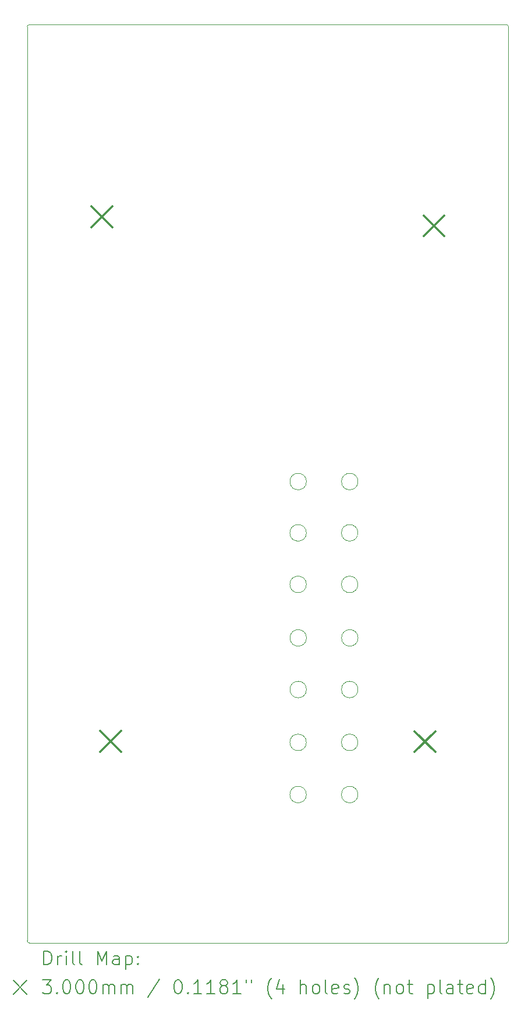
<source format=gbr>
%TF.GenerationSoftware,KiCad,Pcbnew,7.0.1*%
%TF.CreationDate,2023-05-11T12:12:18+02:00*%
%TF.ProjectId,STM32_F439ZI_Shield,53544d33-325f-4463-9433-395a495f5368,rev?*%
%TF.SameCoordinates,Original*%
%TF.FileFunction,Drillmap*%
%TF.FilePolarity,Positive*%
%FSLAX45Y45*%
G04 Gerber Fmt 4.5, Leading zero omitted, Abs format (unit mm)*
G04 Created by KiCad (PCBNEW 7.0.1) date 2023-05-11 12:12:18*
%MOMM*%
%LPD*%
G01*
G04 APERTURE LIST*
%ADD10C,0.100000*%
%ADD11C,0.200000*%
%ADD12C,0.300000*%
G04 APERTURE END LIST*
D10*
X14456000Y-9044000D02*
G75*
G03*
X14456000Y-9044000I-120000J0D01*
G01*
X15207000Y-11315000D02*
G75*
G03*
X15207000Y-11315000I-120000J0D01*
G01*
X17364000Y-2406000D02*
X10425000Y-2406000D01*
X14455000Y-9789000D02*
G75*
G03*
X14455000Y-9789000I-120000J0D01*
G01*
X15206000Y-12065000D02*
G75*
G03*
X15206000Y-12065000I-120000J0D01*
G01*
X17395000Y-15715000D02*
X17395000Y-2436000D01*
X14455000Y-12833000D02*
G75*
G03*
X14455000Y-12833000I-120000J0D01*
G01*
X15206000Y-9044000D02*
G75*
G03*
X15206000Y-9044000I-120000J0D01*
G01*
X17394997Y-2435983D02*
G75*
G03*
X17364000Y-2406000I-29997J3D01*
G01*
X14457000Y-11315000D02*
G75*
G03*
X14457000Y-11315000I-120000J0D01*
G01*
X10426000Y-15746000D02*
X17365000Y-15746000D01*
X14455000Y-13591000D02*
G75*
G03*
X14455000Y-13591000I-120000J0D01*
G01*
X14455000Y-10538000D02*
G75*
G03*
X14455000Y-10538000I-120000J0D01*
G01*
X10395000Y-15716000D02*
X10395000Y-2436000D01*
X10395012Y-15716089D02*
G75*
G03*
X10426000Y-15746000I27998J-2001D01*
G01*
X15205000Y-10538000D02*
G75*
G03*
X15205000Y-10538000I-120000J0D01*
G01*
X15205000Y-12833000D02*
G75*
G03*
X15205000Y-12833000I-120000J0D01*
G01*
X14456000Y-12065000D02*
G75*
G03*
X14456000Y-12065000I-120000J0D01*
G01*
X17365000Y-15746016D02*
G75*
G03*
X17395000Y-15715000I0J30017D01*
G01*
X15205000Y-9789000D02*
G75*
G03*
X15205000Y-9789000I-120000J0D01*
G01*
X10425017Y-2406279D02*
G75*
G03*
X10395000Y-2436000I2013J-32051D01*
G01*
X15205000Y-13591000D02*
G75*
G03*
X15205000Y-13591000I-120000J0D01*
G01*
D11*
D12*
X11332000Y-5049000D02*
X11632000Y-5349000D01*
X11632000Y-5049000D02*
X11332000Y-5349000D01*
X11459000Y-12669000D02*
X11759000Y-12969000D01*
X11759000Y-12669000D02*
X11459000Y-12969000D01*
X16030000Y-12670000D02*
X16330000Y-12970000D01*
X16330000Y-12670000D02*
X16030000Y-12970000D01*
X16160000Y-5180000D02*
X16460000Y-5480000D01*
X16460000Y-5180000D02*
X16160000Y-5480000D01*
D11*
X10637559Y-16063683D02*
X10637559Y-15863683D01*
X10637559Y-15863683D02*
X10685178Y-15863683D01*
X10685178Y-15863683D02*
X10713750Y-15873207D01*
X10713750Y-15873207D02*
X10732797Y-15892255D01*
X10732797Y-15892255D02*
X10742321Y-15911302D01*
X10742321Y-15911302D02*
X10751845Y-15949398D01*
X10751845Y-15949398D02*
X10751845Y-15977969D01*
X10751845Y-15977969D02*
X10742321Y-16016064D01*
X10742321Y-16016064D02*
X10732797Y-16035112D01*
X10732797Y-16035112D02*
X10713750Y-16054160D01*
X10713750Y-16054160D02*
X10685178Y-16063683D01*
X10685178Y-16063683D02*
X10637559Y-16063683D01*
X10837559Y-16063683D02*
X10837559Y-15930350D01*
X10837559Y-15968445D02*
X10847083Y-15949398D01*
X10847083Y-15949398D02*
X10856607Y-15939874D01*
X10856607Y-15939874D02*
X10875655Y-15930350D01*
X10875655Y-15930350D02*
X10894702Y-15930350D01*
X10961369Y-16063683D02*
X10961369Y-15930350D01*
X10961369Y-15863683D02*
X10951845Y-15873207D01*
X10951845Y-15873207D02*
X10961369Y-15882731D01*
X10961369Y-15882731D02*
X10970893Y-15873207D01*
X10970893Y-15873207D02*
X10961369Y-15863683D01*
X10961369Y-15863683D02*
X10961369Y-15882731D01*
X11085178Y-16063683D02*
X11066131Y-16054160D01*
X11066131Y-16054160D02*
X11056607Y-16035112D01*
X11056607Y-16035112D02*
X11056607Y-15863683D01*
X11189940Y-16063683D02*
X11170893Y-16054160D01*
X11170893Y-16054160D02*
X11161369Y-16035112D01*
X11161369Y-16035112D02*
X11161369Y-15863683D01*
X11418512Y-16063683D02*
X11418512Y-15863683D01*
X11418512Y-15863683D02*
X11485178Y-16006541D01*
X11485178Y-16006541D02*
X11551845Y-15863683D01*
X11551845Y-15863683D02*
X11551845Y-16063683D01*
X11732797Y-16063683D02*
X11732797Y-15958922D01*
X11732797Y-15958922D02*
X11723274Y-15939874D01*
X11723274Y-15939874D02*
X11704226Y-15930350D01*
X11704226Y-15930350D02*
X11666131Y-15930350D01*
X11666131Y-15930350D02*
X11647083Y-15939874D01*
X11732797Y-16054160D02*
X11713750Y-16063683D01*
X11713750Y-16063683D02*
X11666131Y-16063683D01*
X11666131Y-16063683D02*
X11647083Y-16054160D01*
X11647083Y-16054160D02*
X11637559Y-16035112D01*
X11637559Y-16035112D02*
X11637559Y-16016064D01*
X11637559Y-16016064D02*
X11647083Y-15997017D01*
X11647083Y-15997017D02*
X11666131Y-15987493D01*
X11666131Y-15987493D02*
X11713750Y-15987493D01*
X11713750Y-15987493D02*
X11732797Y-15977969D01*
X11828035Y-15930350D02*
X11828035Y-16130350D01*
X11828035Y-15939874D02*
X11847083Y-15930350D01*
X11847083Y-15930350D02*
X11885178Y-15930350D01*
X11885178Y-15930350D02*
X11904226Y-15939874D01*
X11904226Y-15939874D02*
X11913750Y-15949398D01*
X11913750Y-15949398D02*
X11923274Y-15968445D01*
X11923274Y-15968445D02*
X11923274Y-16025588D01*
X11923274Y-16025588D02*
X11913750Y-16044636D01*
X11913750Y-16044636D02*
X11904226Y-16054160D01*
X11904226Y-16054160D02*
X11885178Y-16063683D01*
X11885178Y-16063683D02*
X11847083Y-16063683D01*
X11847083Y-16063683D02*
X11828035Y-16054160D01*
X12008988Y-16044636D02*
X12018512Y-16054160D01*
X12018512Y-16054160D02*
X12008988Y-16063683D01*
X12008988Y-16063683D02*
X11999464Y-16054160D01*
X11999464Y-16054160D02*
X12008988Y-16044636D01*
X12008988Y-16044636D02*
X12008988Y-16063683D01*
X12008988Y-15939874D02*
X12018512Y-15949398D01*
X12018512Y-15949398D02*
X12008988Y-15958922D01*
X12008988Y-15958922D02*
X11999464Y-15949398D01*
X11999464Y-15949398D02*
X12008988Y-15939874D01*
X12008988Y-15939874D02*
X12008988Y-15958922D01*
X10189940Y-16291160D02*
X10389940Y-16491160D01*
X10389940Y-16291160D02*
X10189940Y-16491160D01*
X10618512Y-16283683D02*
X10742321Y-16283683D01*
X10742321Y-16283683D02*
X10675655Y-16359874D01*
X10675655Y-16359874D02*
X10704226Y-16359874D01*
X10704226Y-16359874D02*
X10723274Y-16369398D01*
X10723274Y-16369398D02*
X10732797Y-16378922D01*
X10732797Y-16378922D02*
X10742321Y-16397969D01*
X10742321Y-16397969D02*
X10742321Y-16445588D01*
X10742321Y-16445588D02*
X10732797Y-16464636D01*
X10732797Y-16464636D02*
X10723274Y-16474160D01*
X10723274Y-16474160D02*
X10704226Y-16483683D01*
X10704226Y-16483683D02*
X10647083Y-16483683D01*
X10647083Y-16483683D02*
X10628036Y-16474160D01*
X10628036Y-16474160D02*
X10618512Y-16464636D01*
X10828036Y-16464636D02*
X10837559Y-16474160D01*
X10837559Y-16474160D02*
X10828036Y-16483683D01*
X10828036Y-16483683D02*
X10818512Y-16474160D01*
X10818512Y-16474160D02*
X10828036Y-16464636D01*
X10828036Y-16464636D02*
X10828036Y-16483683D01*
X10961369Y-16283683D02*
X10980417Y-16283683D01*
X10980417Y-16283683D02*
X10999464Y-16293207D01*
X10999464Y-16293207D02*
X11008988Y-16302731D01*
X11008988Y-16302731D02*
X11018512Y-16321779D01*
X11018512Y-16321779D02*
X11028036Y-16359874D01*
X11028036Y-16359874D02*
X11028036Y-16407493D01*
X11028036Y-16407493D02*
X11018512Y-16445588D01*
X11018512Y-16445588D02*
X11008988Y-16464636D01*
X11008988Y-16464636D02*
X10999464Y-16474160D01*
X10999464Y-16474160D02*
X10980417Y-16483683D01*
X10980417Y-16483683D02*
X10961369Y-16483683D01*
X10961369Y-16483683D02*
X10942321Y-16474160D01*
X10942321Y-16474160D02*
X10932797Y-16464636D01*
X10932797Y-16464636D02*
X10923274Y-16445588D01*
X10923274Y-16445588D02*
X10913750Y-16407493D01*
X10913750Y-16407493D02*
X10913750Y-16359874D01*
X10913750Y-16359874D02*
X10923274Y-16321779D01*
X10923274Y-16321779D02*
X10932797Y-16302731D01*
X10932797Y-16302731D02*
X10942321Y-16293207D01*
X10942321Y-16293207D02*
X10961369Y-16283683D01*
X11151845Y-16283683D02*
X11170893Y-16283683D01*
X11170893Y-16283683D02*
X11189940Y-16293207D01*
X11189940Y-16293207D02*
X11199464Y-16302731D01*
X11199464Y-16302731D02*
X11208988Y-16321779D01*
X11208988Y-16321779D02*
X11218512Y-16359874D01*
X11218512Y-16359874D02*
X11218512Y-16407493D01*
X11218512Y-16407493D02*
X11208988Y-16445588D01*
X11208988Y-16445588D02*
X11199464Y-16464636D01*
X11199464Y-16464636D02*
X11189940Y-16474160D01*
X11189940Y-16474160D02*
X11170893Y-16483683D01*
X11170893Y-16483683D02*
X11151845Y-16483683D01*
X11151845Y-16483683D02*
X11132797Y-16474160D01*
X11132797Y-16474160D02*
X11123274Y-16464636D01*
X11123274Y-16464636D02*
X11113750Y-16445588D01*
X11113750Y-16445588D02*
X11104226Y-16407493D01*
X11104226Y-16407493D02*
X11104226Y-16359874D01*
X11104226Y-16359874D02*
X11113750Y-16321779D01*
X11113750Y-16321779D02*
X11123274Y-16302731D01*
X11123274Y-16302731D02*
X11132797Y-16293207D01*
X11132797Y-16293207D02*
X11151845Y-16283683D01*
X11342321Y-16283683D02*
X11361369Y-16283683D01*
X11361369Y-16283683D02*
X11380416Y-16293207D01*
X11380416Y-16293207D02*
X11389940Y-16302731D01*
X11389940Y-16302731D02*
X11399464Y-16321779D01*
X11399464Y-16321779D02*
X11408988Y-16359874D01*
X11408988Y-16359874D02*
X11408988Y-16407493D01*
X11408988Y-16407493D02*
X11399464Y-16445588D01*
X11399464Y-16445588D02*
X11389940Y-16464636D01*
X11389940Y-16464636D02*
X11380416Y-16474160D01*
X11380416Y-16474160D02*
X11361369Y-16483683D01*
X11361369Y-16483683D02*
X11342321Y-16483683D01*
X11342321Y-16483683D02*
X11323274Y-16474160D01*
X11323274Y-16474160D02*
X11313750Y-16464636D01*
X11313750Y-16464636D02*
X11304226Y-16445588D01*
X11304226Y-16445588D02*
X11294702Y-16407493D01*
X11294702Y-16407493D02*
X11294702Y-16359874D01*
X11294702Y-16359874D02*
X11304226Y-16321779D01*
X11304226Y-16321779D02*
X11313750Y-16302731D01*
X11313750Y-16302731D02*
X11323274Y-16293207D01*
X11323274Y-16293207D02*
X11342321Y-16283683D01*
X11494702Y-16483683D02*
X11494702Y-16350350D01*
X11494702Y-16369398D02*
X11504226Y-16359874D01*
X11504226Y-16359874D02*
X11523274Y-16350350D01*
X11523274Y-16350350D02*
X11551845Y-16350350D01*
X11551845Y-16350350D02*
X11570893Y-16359874D01*
X11570893Y-16359874D02*
X11580416Y-16378922D01*
X11580416Y-16378922D02*
X11580416Y-16483683D01*
X11580416Y-16378922D02*
X11589940Y-16359874D01*
X11589940Y-16359874D02*
X11608988Y-16350350D01*
X11608988Y-16350350D02*
X11637559Y-16350350D01*
X11637559Y-16350350D02*
X11656607Y-16359874D01*
X11656607Y-16359874D02*
X11666131Y-16378922D01*
X11666131Y-16378922D02*
X11666131Y-16483683D01*
X11761369Y-16483683D02*
X11761369Y-16350350D01*
X11761369Y-16369398D02*
X11770893Y-16359874D01*
X11770893Y-16359874D02*
X11789940Y-16350350D01*
X11789940Y-16350350D02*
X11818512Y-16350350D01*
X11818512Y-16350350D02*
X11837559Y-16359874D01*
X11837559Y-16359874D02*
X11847083Y-16378922D01*
X11847083Y-16378922D02*
X11847083Y-16483683D01*
X11847083Y-16378922D02*
X11856607Y-16359874D01*
X11856607Y-16359874D02*
X11875655Y-16350350D01*
X11875655Y-16350350D02*
X11904226Y-16350350D01*
X11904226Y-16350350D02*
X11923274Y-16359874D01*
X11923274Y-16359874D02*
X11932797Y-16378922D01*
X11932797Y-16378922D02*
X11932797Y-16483683D01*
X12323274Y-16274160D02*
X12151845Y-16531302D01*
X12580417Y-16283683D02*
X12599464Y-16283683D01*
X12599464Y-16283683D02*
X12618512Y-16293207D01*
X12618512Y-16293207D02*
X12628036Y-16302731D01*
X12628036Y-16302731D02*
X12637559Y-16321779D01*
X12637559Y-16321779D02*
X12647083Y-16359874D01*
X12647083Y-16359874D02*
X12647083Y-16407493D01*
X12647083Y-16407493D02*
X12637559Y-16445588D01*
X12637559Y-16445588D02*
X12628036Y-16464636D01*
X12628036Y-16464636D02*
X12618512Y-16474160D01*
X12618512Y-16474160D02*
X12599464Y-16483683D01*
X12599464Y-16483683D02*
X12580417Y-16483683D01*
X12580417Y-16483683D02*
X12561369Y-16474160D01*
X12561369Y-16474160D02*
X12551845Y-16464636D01*
X12551845Y-16464636D02*
X12542321Y-16445588D01*
X12542321Y-16445588D02*
X12532798Y-16407493D01*
X12532798Y-16407493D02*
X12532798Y-16359874D01*
X12532798Y-16359874D02*
X12542321Y-16321779D01*
X12542321Y-16321779D02*
X12551845Y-16302731D01*
X12551845Y-16302731D02*
X12561369Y-16293207D01*
X12561369Y-16293207D02*
X12580417Y-16283683D01*
X12732798Y-16464636D02*
X12742321Y-16474160D01*
X12742321Y-16474160D02*
X12732798Y-16483683D01*
X12732798Y-16483683D02*
X12723274Y-16474160D01*
X12723274Y-16474160D02*
X12732798Y-16464636D01*
X12732798Y-16464636D02*
X12732798Y-16483683D01*
X12932798Y-16483683D02*
X12818512Y-16483683D01*
X12875655Y-16483683D02*
X12875655Y-16283683D01*
X12875655Y-16283683D02*
X12856607Y-16312255D01*
X12856607Y-16312255D02*
X12837559Y-16331302D01*
X12837559Y-16331302D02*
X12818512Y-16340826D01*
X13123274Y-16483683D02*
X13008988Y-16483683D01*
X13066131Y-16483683D02*
X13066131Y-16283683D01*
X13066131Y-16283683D02*
X13047083Y-16312255D01*
X13047083Y-16312255D02*
X13028036Y-16331302D01*
X13028036Y-16331302D02*
X13008988Y-16340826D01*
X13237559Y-16369398D02*
X13218512Y-16359874D01*
X13218512Y-16359874D02*
X13208988Y-16350350D01*
X13208988Y-16350350D02*
X13199464Y-16331302D01*
X13199464Y-16331302D02*
X13199464Y-16321779D01*
X13199464Y-16321779D02*
X13208988Y-16302731D01*
X13208988Y-16302731D02*
X13218512Y-16293207D01*
X13218512Y-16293207D02*
X13237559Y-16283683D01*
X13237559Y-16283683D02*
X13275655Y-16283683D01*
X13275655Y-16283683D02*
X13294702Y-16293207D01*
X13294702Y-16293207D02*
X13304226Y-16302731D01*
X13304226Y-16302731D02*
X13313750Y-16321779D01*
X13313750Y-16321779D02*
X13313750Y-16331302D01*
X13313750Y-16331302D02*
X13304226Y-16350350D01*
X13304226Y-16350350D02*
X13294702Y-16359874D01*
X13294702Y-16359874D02*
X13275655Y-16369398D01*
X13275655Y-16369398D02*
X13237559Y-16369398D01*
X13237559Y-16369398D02*
X13218512Y-16378922D01*
X13218512Y-16378922D02*
X13208988Y-16388445D01*
X13208988Y-16388445D02*
X13199464Y-16407493D01*
X13199464Y-16407493D02*
X13199464Y-16445588D01*
X13199464Y-16445588D02*
X13208988Y-16464636D01*
X13208988Y-16464636D02*
X13218512Y-16474160D01*
X13218512Y-16474160D02*
X13237559Y-16483683D01*
X13237559Y-16483683D02*
X13275655Y-16483683D01*
X13275655Y-16483683D02*
X13294702Y-16474160D01*
X13294702Y-16474160D02*
X13304226Y-16464636D01*
X13304226Y-16464636D02*
X13313750Y-16445588D01*
X13313750Y-16445588D02*
X13313750Y-16407493D01*
X13313750Y-16407493D02*
X13304226Y-16388445D01*
X13304226Y-16388445D02*
X13294702Y-16378922D01*
X13294702Y-16378922D02*
X13275655Y-16369398D01*
X13504226Y-16483683D02*
X13389940Y-16483683D01*
X13447083Y-16483683D02*
X13447083Y-16283683D01*
X13447083Y-16283683D02*
X13428036Y-16312255D01*
X13428036Y-16312255D02*
X13408988Y-16331302D01*
X13408988Y-16331302D02*
X13389940Y-16340826D01*
X13580417Y-16283683D02*
X13580417Y-16321779D01*
X13656607Y-16283683D02*
X13656607Y-16321779D01*
X13951845Y-16559874D02*
X13942321Y-16550350D01*
X13942321Y-16550350D02*
X13923274Y-16521779D01*
X13923274Y-16521779D02*
X13913750Y-16502731D01*
X13913750Y-16502731D02*
X13904226Y-16474160D01*
X13904226Y-16474160D02*
X13894702Y-16426541D01*
X13894702Y-16426541D02*
X13894702Y-16388445D01*
X13894702Y-16388445D02*
X13904226Y-16340826D01*
X13904226Y-16340826D02*
X13913750Y-16312255D01*
X13913750Y-16312255D02*
X13923274Y-16293207D01*
X13923274Y-16293207D02*
X13942321Y-16264636D01*
X13942321Y-16264636D02*
X13951845Y-16255112D01*
X14113750Y-16350350D02*
X14113750Y-16483683D01*
X14066131Y-16274160D02*
X14018512Y-16417017D01*
X14018512Y-16417017D02*
X14142321Y-16417017D01*
X14370893Y-16483683D02*
X14370893Y-16283683D01*
X14456607Y-16483683D02*
X14456607Y-16378922D01*
X14456607Y-16378922D02*
X14447083Y-16359874D01*
X14447083Y-16359874D02*
X14428036Y-16350350D01*
X14428036Y-16350350D02*
X14399464Y-16350350D01*
X14399464Y-16350350D02*
X14380417Y-16359874D01*
X14380417Y-16359874D02*
X14370893Y-16369398D01*
X14580417Y-16483683D02*
X14561369Y-16474160D01*
X14561369Y-16474160D02*
X14551845Y-16464636D01*
X14551845Y-16464636D02*
X14542322Y-16445588D01*
X14542322Y-16445588D02*
X14542322Y-16388445D01*
X14542322Y-16388445D02*
X14551845Y-16369398D01*
X14551845Y-16369398D02*
X14561369Y-16359874D01*
X14561369Y-16359874D02*
X14580417Y-16350350D01*
X14580417Y-16350350D02*
X14608988Y-16350350D01*
X14608988Y-16350350D02*
X14628036Y-16359874D01*
X14628036Y-16359874D02*
X14637560Y-16369398D01*
X14637560Y-16369398D02*
X14647083Y-16388445D01*
X14647083Y-16388445D02*
X14647083Y-16445588D01*
X14647083Y-16445588D02*
X14637560Y-16464636D01*
X14637560Y-16464636D02*
X14628036Y-16474160D01*
X14628036Y-16474160D02*
X14608988Y-16483683D01*
X14608988Y-16483683D02*
X14580417Y-16483683D01*
X14761369Y-16483683D02*
X14742322Y-16474160D01*
X14742322Y-16474160D02*
X14732798Y-16455112D01*
X14732798Y-16455112D02*
X14732798Y-16283683D01*
X14913750Y-16474160D02*
X14894703Y-16483683D01*
X14894703Y-16483683D02*
X14856607Y-16483683D01*
X14856607Y-16483683D02*
X14837560Y-16474160D01*
X14837560Y-16474160D02*
X14828036Y-16455112D01*
X14828036Y-16455112D02*
X14828036Y-16378922D01*
X14828036Y-16378922D02*
X14837560Y-16359874D01*
X14837560Y-16359874D02*
X14856607Y-16350350D01*
X14856607Y-16350350D02*
X14894703Y-16350350D01*
X14894703Y-16350350D02*
X14913750Y-16359874D01*
X14913750Y-16359874D02*
X14923274Y-16378922D01*
X14923274Y-16378922D02*
X14923274Y-16397969D01*
X14923274Y-16397969D02*
X14828036Y-16417017D01*
X14999464Y-16474160D02*
X15018512Y-16483683D01*
X15018512Y-16483683D02*
X15056607Y-16483683D01*
X15056607Y-16483683D02*
X15075655Y-16474160D01*
X15075655Y-16474160D02*
X15085179Y-16455112D01*
X15085179Y-16455112D02*
X15085179Y-16445588D01*
X15085179Y-16445588D02*
X15075655Y-16426541D01*
X15075655Y-16426541D02*
X15056607Y-16417017D01*
X15056607Y-16417017D02*
X15028036Y-16417017D01*
X15028036Y-16417017D02*
X15008988Y-16407493D01*
X15008988Y-16407493D02*
X14999464Y-16388445D01*
X14999464Y-16388445D02*
X14999464Y-16378922D01*
X14999464Y-16378922D02*
X15008988Y-16359874D01*
X15008988Y-16359874D02*
X15028036Y-16350350D01*
X15028036Y-16350350D02*
X15056607Y-16350350D01*
X15056607Y-16350350D02*
X15075655Y-16359874D01*
X15151845Y-16559874D02*
X15161369Y-16550350D01*
X15161369Y-16550350D02*
X15180417Y-16521779D01*
X15180417Y-16521779D02*
X15189941Y-16502731D01*
X15189941Y-16502731D02*
X15199464Y-16474160D01*
X15199464Y-16474160D02*
X15208988Y-16426541D01*
X15208988Y-16426541D02*
X15208988Y-16388445D01*
X15208988Y-16388445D02*
X15199464Y-16340826D01*
X15199464Y-16340826D02*
X15189941Y-16312255D01*
X15189941Y-16312255D02*
X15180417Y-16293207D01*
X15180417Y-16293207D02*
X15161369Y-16264636D01*
X15161369Y-16264636D02*
X15151845Y-16255112D01*
X15513750Y-16559874D02*
X15504226Y-16550350D01*
X15504226Y-16550350D02*
X15485179Y-16521779D01*
X15485179Y-16521779D02*
X15475655Y-16502731D01*
X15475655Y-16502731D02*
X15466131Y-16474160D01*
X15466131Y-16474160D02*
X15456607Y-16426541D01*
X15456607Y-16426541D02*
X15456607Y-16388445D01*
X15456607Y-16388445D02*
X15466131Y-16340826D01*
X15466131Y-16340826D02*
X15475655Y-16312255D01*
X15475655Y-16312255D02*
X15485179Y-16293207D01*
X15485179Y-16293207D02*
X15504226Y-16264636D01*
X15504226Y-16264636D02*
X15513750Y-16255112D01*
X15589941Y-16350350D02*
X15589941Y-16483683D01*
X15589941Y-16369398D02*
X15599464Y-16359874D01*
X15599464Y-16359874D02*
X15618512Y-16350350D01*
X15618512Y-16350350D02*
X15647084Y-16350350D01*
X15647084Y-16350350D02*
X15666131Y-16359874D01*
X15666131Y-16359874D02*
X15675655Y-16378922D01*
X15675655Y-16378922D02*
X15675655Y-16483683D01*
X15799464Y-16483683D02*
X15780417Y-16474160D01*
X15780417Y-16474160D02*
X15770893Y-16464636D01*
X15770893Y-16464636D02*
X15761369Y-16445588D01*
X15761369Y-16445588D02*
X15761369Y-16388445D01*
X15761369Y-16388445D02*
X15770893Y-16369398D01*
X15770893Y-16369398D02*
X15780417Y-16359874D01*
X15780417Y-16359874D02*
X15799464Y-16350350D01*
X15799464Y-16350350D02*
X15828036Y-16350350D01*
X15828036Y-16350350D02*
X15847084Y-16359874D01*
X15847084Y-16359874D02*
X15856607Y-16369398D01*
X15856607Y-16369398D02*
X15866131Y-16388445D01*
X15866131Y-16388445D02*
X15866131Y-16445588D01*
X15866131Y-16445588D02*
X15856607Y-16464636D01*
X15856607Y-16464636D02*
X15847084Y-16474160D01*
X15847084Y-16474160D02*
X15828036Y-16483683D01*
X15828036Y-16483683D02*
X15799464Y-16483683D01*
X15923274Y-16350350D02*
X15999464Y-16350350D01*
X15951845Y-16283683D02*
X15951845Y-16455112D01*
X15951845Y-16455112D02*
X15961369Y-16474160D01*
X15961369Y-16474160D02*
X15980417Y-16483683D01*
X15980417Y-16483683D02*
X15999464Y-16483683D01*
X16218512Y-16350350D02*
X16218512Y-16550350D01*
X16218512Y-16359874D02*
X16237560Y-16350350D01*
X16237560Y-16350350D02*
X16275655Y-16350350D01*
X16275655Y-16350350D02*
X16294703Y-16359874D01*
X16294703Y-16359874D02*
X16304226Y-16369398D01*
X16304226Y-16369398D02*
X16313750Y-16388445D01*
X16313750Y-16388445D02*
X16313750Y-16445588D01*
X16313750Y-16445588D02*
X16304226Y-16464636D01*
X16304226Y-16464636D02*
X16294703Y-16474160D01*
X16294703Y-16474160D02*
X16275655Y-16483683D01*
X16275655Y-16483683D02*
X16237560Y-16483683D01*
X16237560Y-16483683D02*
X16218512Y-16474160D01*
X16428036Y-16483683D02*
X16408988Y-16474160D01*
X16408988Y-16474160D02*
X16399465Y-16455112D01*
X16399465Y-16455112D02*
X16399465Y-16283683D01*
X16589941Y-16483683D02*
X16589941Y-16378922D01*
X16589941Y-16378922D02*
X16580417Y-16359874D01*
X16580417Y-16359874D02*
X16561369Y-16350350D01*
X16561369Y-16350350D02*
X16523274Y-16350350D01*
X16523274Y-16350350D02*
X16504226Y-16359874D01*
X16589941Y-16474160D02*
X16570893Y-16483683D01*
X16570893Y-16483683D02*
X16523274Y-16483683D01*
X16523274Y-16483683D02*
X16504226Y-16474160D01*
X16504226Y-16474160D02*
X16494703Y-16455112D01*
X16494703Y-16455112D02*
X16494703Y-16436064D01*
X16494703Y-16436064D02*
X16504226Y-16417017D01*
X16504226Y-16417017D02*
X16523274Y-16407493D01*
X16523274Y-16407493D02*
X16570893Y-16407493D01*
X16570893Y-16407493D02*
X16589941Y-16397969D01*
X16656607Y-16350350D02*
X16732798Y-16350350D01*
X16685179Y-16283683D02*
X16685179Y-16455112D01*
X16685179Y-16455112D02*
X16694703Y-16474160D01*
X16694703Y-16474160D02*
X16713750Y-16483683D01*
X16713750Y-16483683D02*
X16732798Y-16483683D01*
X16875655Y-16474160D02*
X16856608Y-16483683D01*
X16856608Y-16483683D02*
X16818512Y-16483683D01*
X16818512Y-16483683D02*
X16799465Y-16474160D01*
X16799465Y-16474160D02*
X16789941Y-16455112D01*
X16789941Y-16455112D02*
X16789941Y-16378922D01*
X16789941Y-16378922D02*
X16799465Y-16359874D01*
X16799465Y-16359874D02*
X16818512Y-16350350D01*
X16818512Y-16350350D02*
X16856608Y-16350350D01*
X16856608Y-16350350D02*
X16875655Y-16359874D01*
X16875655Y-16359874D02*
X16885179Y-16378922D01*
X16885179Y-16378922D02*
X16885179Y-16397969D01*
X16885179Y-16397969D02*
X16789941Y-16417017D01*
X17056608Y-16483683D02*
X17056608Y-16283683D01*
X17056608Y-16474160D02*
X17037560Y-16483683D01*
X17037560Y-16483683D02*
X16999465Y-16483683D01*
X16999465Y-16483683D02*
X16980417Y-16474160D01*
X16980417Y-16474160D02*
X16970893Y-16464636D01*
X16970893Y-16464636D02*
X16961369Y-16445588D01*
X16961369Y-16445588D02*
X16961369Y-16388445D01*
X16961369Y-16388445D02*
X16970893Y-16369398D01*
X16970893Y-16369398D02*
X16980417Y-16359874D01*
X16980417Y-16359874D02*
X16999465Y-16350350D01*
X16999465Y-16350350D02*
X17037560Y-16350350D01*
X17037560Y-16350350D02*
X17056608Y-16359874D01*
X17132798Y-16559874D02*
X17142322Y-16550350D01*
X17142322Y-16550350D02*
X17161369Y-16521779D01*
X17161369Y-16521779D02*
X17170893Y-16502731D01*
X17170893Y-16502731D02*
X17180417Y-16474160D01*
X17180417Y-16474160D02*
X17189941Y-16426541D01*
X17189941Y-16426541D02*
X17189941Y-16388445D01*
X17189941Y-16388445D02*
X17180417Y-16340826D01*
X17180417Y-16340826D02*
X17170893Y-16312255D01*
X17170893Y-16312255D02*
X17161369Y-16293207D01*
X17161369Y-16293207D02*
X17142322Y-16264636D01*
X17142322Y-16264636D02*
X17132798Y-16255112D01*
M02*

</source>
